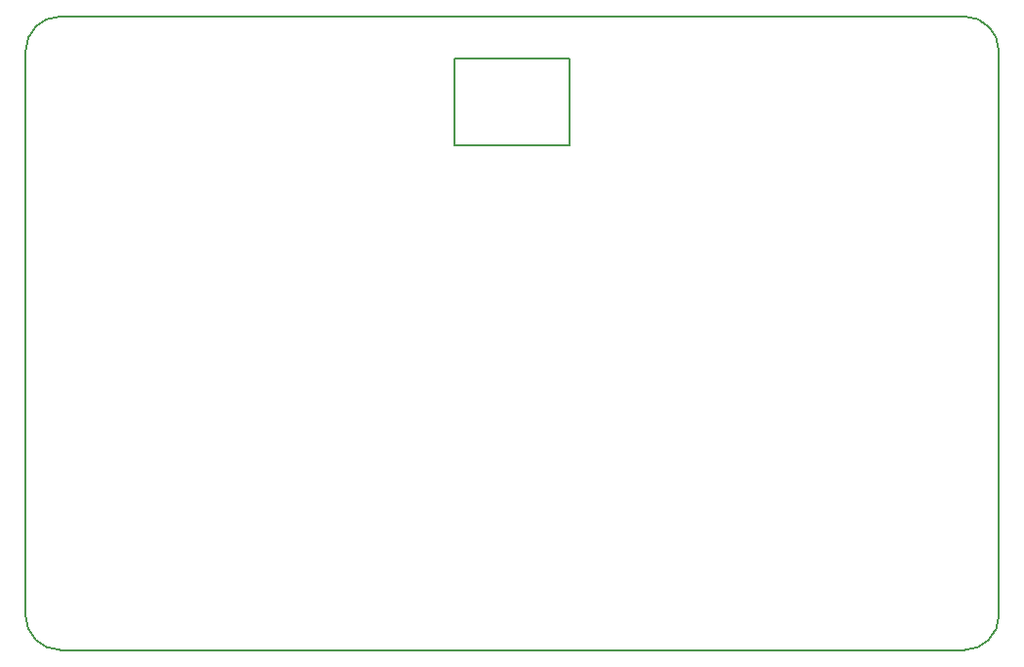
<source format=gbr>
%TF.GenerationSoftware,KiCad,Pcbnew,8.0.9*%
%TF.CreationDate,2025-05-16T14:56:25+01:00*%
%TF.ProjectId,bizcamera,62697a63-616d-4657-9261-2e6b69636164,rev?*%
%TF.SameCoordinates,Original*%
%TF.FileFunction,Profile,NP*%
%FSLAX46Y46*%
G04 Gerber Fmt 4.6, Leading zero omitted, Abs format (unit mm)*
G04 Created by KiCad (PCBNEW 8.0.9) date 2025-05-16 14:56:25*
%MOMM*%
%LPD*%
G01*
G04 APERTURE LIST*
%TA.AperFunction,Profile*%
%ADD10C,0.200000*%
%TD*%
G04 APERTURE END LIST*
D10*
X114500000Y-120000000D02*
G75*
G02*
X111500000Y-117000000I0J3000000D01*
G01*
X193000000Y-120000000D02*
X114500000Y-120000000D01*
X196000000Y-68000000D02*
X196000000Y-117000000D01*
X196000000Y-117000000D02*
G75*
G02*
X193000000Y-120000000I-3000000J0D01*
G01*
X111500000Y-117000000D02*
X111500000Y-68000000D01*
X111500000Y-68000000D02*
G75*
G02*
X114500000Y-65000000I3000000J0D01*
G01*
X193000000Y-65000000D02*
G75*
G02*
X196000000Y-68000000I0J-3000000D01*
G01*
X114500000Y-65000000D02*
X193000000Y-65000000D01*
X148750000Y-68675000D02*
X158750000Y-68675000D01*
X158750000Y-76175000D01*
X148750000Y-76175000D01*
X148750000Y-68675000D01*
M02*

</source>
